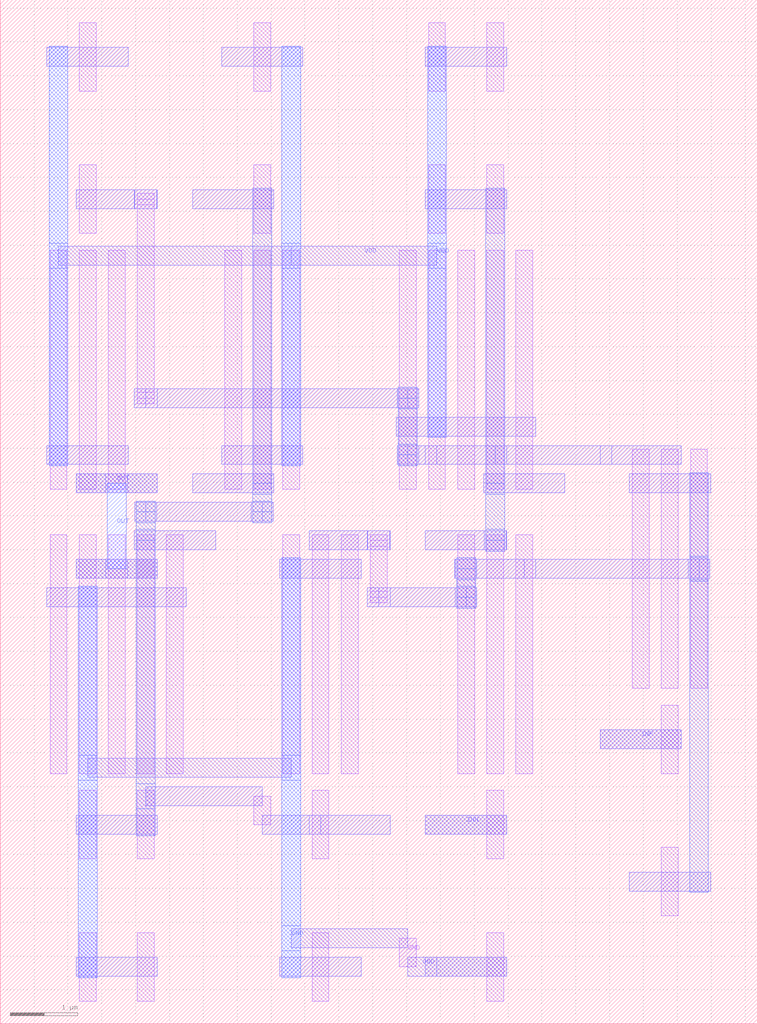
<source format=lef>
MACRO 1BITADC
  ORIGIN 0 0 ;
  FOREIGN 1BITADC 0 0 ;
  SIZE 11.18 BY 15.12 ;
  PIN OUT
    DIRECTION INOUT ;
    USE SIGNAL ;
    PORT 
      LAYER M2 ;
        RECT 1.12 6.58 2.32 6.86 ;
      LAYER M2 ;
        RECT 1.12 7.84 2.32 8.12 ;
      LAYER M2 ;
        RECT 1.56 6.58 1.88 6.86 ;
      LAYER M3 ;
        RECT 1.58 6.72 1.86 7.98 ;
      LAYER M2 ;
        RECT 1.56 7.84 1.88 8.12 ;
    END
  END OUT
  PIN GND
    DIRECTION INOUT ;
    USE SIGNAL ;
    PORT 
      LAYER M3 ;
        RECT 1.15 0.68 1.43 6.46 ;
      LAYER M3 ;
        RECT 4.16 0.68 4.44 6.88 ;
      LAYER M3 ;
        RECT 1.15 3.595 1.43 3.965 ;
      LAYER M2 ;
        RECT 1.29 3.64 4.3 3.92 ;
      LAYER M3 ;
        RECT 4.16 3.595 4.44 3.965 ;
      LAYER M2 ;
        RECT 6.28 0.7 7.48 0.98 ;
      LAYER M3 ;
        RECT 4.16 1.075 4.44 1.445 ;
      LAYER M2 ;
        RECT 4.3 1.12 6.02 1.4 ;
      LAYER M1 ;
        RECT 5.895 0.84 6.145 1.26 ;
      LAYER M2 ;
        RECT 6.02 0.7 6.45 0.98 ;
    END
  END GND
  PIN VDD
    DIRECTION INOUT ;
    USE SIGNAL ;
    PORT 
      LAYER M3 ;
        RECT 0.72 8.24 1 14.44 ;
      LAYER M3 ;
        RECT 4.16 8.24 4.44 14.44 ;
      LAYER M3 ;
        RECT 6.31 8.66 6.59 14.44 ;
      LAYER M3 ;
        RECT 0.72 11.155 1 11.525 ;
      LAYER M2 ;
        RECT 0.86 11.2 4.3 11.48 ;
      LAYER M3 ;
        RECT 4.16 11.155 4.44 11.525 ;
      LAYER M2 ;
        RECT 4.3 11.2 6.45 11.48 ;
      LAYER M3 ;
        RECT 6.31 11.155 6.59 11.525 ;
    END
  END VDD
  PIN INP
    DIRECTION INOUT ;
    USE SIGNAL ;
    PORT 
      LAYER M2 ;
        RECT 8.86 4.06 10.06 4.34 ;
    END
  END INP
  PIN INN
    DIRECTION INOUT ;
    USE SIGNAL ;
    PORT 
      LAYER M2 ;
        RECT 6.28 2.8 7.48 3.08 ;
    END
  END INN
  OBS 
  LAYER M3 ;
        RECT 2.01 2.78 2.29 7.3 ;
  LAYER M2 ;
        RECT 4.56 2.8 5.76 3.08 ;
  LAYER M3 ;
        RECT 2.01 3.175 2.29 3.545 ;
  LAYER M2 ;
        RECT 2.15 3.22 3.87 3.5 ;
  LAYER M1 ;
        RECT 3.745 2.94 3.995 3.36 ;
  LAYER M2 ;
        RECT 3.87 2.8 4.73 3.08 ;
  LAYER M3 ;
        RECT 3.73 7.82 4.01 12.34 ;
  LAYER M3 ;
        RECT 2.01 7.14 2.29 7.56 ;
  LAYER M2 ;
        RECT 2.15 7.42 3.87 7.7 ;
  LAYER M3 ;
        RECT 3.73 7.56 4.01 7.98 ;
  LAYER M2 ;
        RECT 1.99 7.42 2.31 7.7 ;
  LAYER M3 ;
        RECT 2.01 7.4 2.29 7.72 ;
  LAYER M2 ;
        RECT 3.71 7.42 4.03 7.7 ;
  LAYER M3 ;
        RECT 3.73 7.4 4.01 7.72 ;
  LAYER M2 ;
        RECT 1.99 7.42 2.31 7.7 ;
  LAYER M3 ;
        RECT 2.01 7.4 2.29 7.72 ;
  LAYER M2 ;
        RECT 3.71 7.42 4.03 7.7 ;
  LAYER M3 ;
        RECT 3.73 7.4 4.01 7.72 ;
  LAYER M2 ;
        RECT 4.56 7 5.76 7.28 ;
  LAYER M2 ;
        RECT 6.71 6.58 7.91 6.86 ;
  LAYER M3 ;
        RECT 10.18 1.94 10.46 8.14 ;
  LAYER M2 ;
        RECT 5.43 7 5.75 7.28 ;
  LAYER M1 ;
        RECT 5.465 6.3 5.715 7.14 ;
  LAYER M2 ;
        RECT 5.59 6.16 6.88 6.44 ;
  LAYER M3 ;
        RECT 6.74 6.3 7.02 6.72 ;
  LAYER M2 ;
        RECT 6.72 6.58 7.04 6.86 ;
  LAYER M2 ;
        RECT 7.74 6.58 10.32 6.86 ;
  LAYER M3 ;
        RECT 10.18 6.535 10.46 6.905 ;
  LAYER M1 ;
        RECT 5.465 6.215 5.715 6.385 ;
  LAYER M2 ;
        RECT 5.42 6.16 5.76 6.44 ;
  LAYER M1 ;
        RECT 5.465 7.055 5.715 7.225 ;
  LAYER M2 ;
        RECT 5.42 7 5.76 7.28 ;
  LAYER M2 ;
        RECT 6.72 6.16 7.04 6.44 ;
  LAYER M3 ;
        RECT 6.74 6.14 7.02 6.46 ;
  LAYER M2 ;
        RECT 6.72 6.58 7.04 6.86 ;
  LAYER M3 ;
        RECT 6.74 6.56 7.02 6.88 ;
  LAYER M1 ;
        RECT 5.465 6.215 5.715 6.385 ;
  LAYER M2 ;
        RECT 5.42 6.16 5.76 6.44 ;
  LAYER M1 ;
        RECT 5.465 7.055 5.715 7.225 ;
  LAYER M2 ;
        RECT 5.42 7 5.76 7.28 ;
  LAYER M2 ;
        RECT 6.72 6.16 7.04 6.44 ;
  LAYER M3 ;
        RECT 6.74 6.14 7.02 6.46 ;
  LAYER M2 ;
        RECT 6.72 6.58 7.04 6.86 ;
  LAYER M3 ;
        RECT 6.74 6.56 7.02 6.88 ;
  LAYER M1 ;
        RECT 5.465 6.215 5.715 6.385 ;
  LAYER M2 ;
        RECT 5.42 6.16 5.76 6.44 ;
  LAYER M1 ;
        RECT 5.465 7.055 5.715 7.225 ;
  LAYER M2 ;
        RECT 5.42 7 5.76 7.28 ;
  LAYER M2 ;
        RECT 6.72 6.16 7.04 6.44 ;
  LAYER M3 ;
        RECT 6.74 6.14 7.02 6.46 ;
  LAYER M2 ;
        RECT 6.72 6.58 7.04 6.86 ;
  LAYER M3 ;
        RECT 6.74 6.56 7.02 6.88 ;
  LAYER M2 ;
        RECT 10.16 6.58 10.48 6.86 ;
  LAYER M3 ;
        RECT 10.18 6.56 10.46 6.88 ;
  LAYER M1 ;
        RECT 5.465 6.215 5.715 6.385 ;
  LAYER M2 ;
        RECT 5.42 6.16 5.76 6.44 ;
  LAYER M1 ;
        RECT 5.465 7.055 5.715 7.225 ;
  LAYER M2 ;
        RECT 5.42 7 5.76 7.28 ;
  LAYER M2 ;
        RECT 6.72 6.16 7.04 6.44 ;
  LAYER M3 ;
        RECT 6.74 6.14 7.02 6.46 ;
  LAYER M2 ;
        RECT 6.72 6.58 7.04 6.86 ;
  LAYER M3 ;
        RECT 6.74 6.56 7.02 6.88 ;
  LAYER M2 ;
        RECT 10.16 6.58 10.48 6.86 ;
  LAYER M3 ;
        RECT 10.18 6.56 10.46 6.88 ;
  LAYER M2 ;
        RECT 6.28 7 7.48 7.28 ;
  LAYER M3 ;
        RECT 7.17 7.82 7.45 12.34 ;
  LAYER M2 ;
        RECT 7.15 7 7.47 7.28 ;
  LAYER M3 ;
        RECT 7.17 7.14 7.45 7.98 ;
  LAYER M2 ;
        RECT 7.15 7 7.47 7.28 ;
  LAYER M3 ;
        RECT 7.17 6.98 7.45 7.3 ;
  LAYER M2 ;
        RECT 7.15 7 7.47 7.28 ;
  LAYER M3 ;
        RECT 7.17 6.98 7.45 7.3 ;
  LAYER M2 ;
        RECT 1.12 12.04 2.32 12.32 ;
  LAYER M2 ;
        RECT 6.28 8.26 7.48 8.54 ;
  LAYER M2 ;
        RECT 8.86 8.26 10.06 8.54 ;
  LAYER M2 ;
        RECT 1.99 12.04 2.31 12.32 ;
  LAYER M1 ;
        RECT 2.025 9.24 2.275 12.18 ;
  LAYER M2 ;
        RECT 2.15 9.1 6.02 9.38 ;
  LAYER M3 ;
        RECT 5.88 8.4 6.16 9.24 ;
  LAYER M2 ;
        RECT 6.02 8.26 6.45 8.54 ;
  LAYER M2 ;
        RECT 7.31 8.26 9.03 8.54 ;
  LAYER M1 ;
        RECT 2.025 9.155 2.275 9.325 ;
  LAYER M2 ;
        RECT 1.98 9.1 2.32 9.38 ;
  LAYER M1 ;
        RECT 2.025 12.095 2.275 12.265 ;
  LAYER M2 ;
        RECT 1.98 12.04 2.32 12.32 ;
  LAYER M2 ;
        RECT 5.86 8.26 6.18 8.54 ;
  LAYER M3 ;
        RECT 5.88 8.24 6.16 8.56 ;
  LAYER M2 ;
        RECT 5.86 9.1 6.18 9.38 ;
  LAYER M3 ;
        RECT 5.88 9.08 6.16 9.4 ;
  LAYER M1 ;
        RECT 2.025 9.155 2.275 9.325 ;
  LAYER M2 ;
        RECT 1.98 9.1 2.32 9.38 ;
  LAYER M1 ;
        RECT 2.025 12.095 2.275 12.265 ;
  LAYER M2 ;
        RECT 1.98 12.04 2.32 12.32 ;
  LAYER M2 ;
        RECT 5.86 8.26 6.18 8.54 ;
  LAYER M3 ;
        RECT 5.88 8.24 6.16 8.56 ;
  LAYER M2 ;
        RECT 5.86 9.1 6.18 9.38 ;
  LAYER M3 ;
        RECT 5.88 9.08 6.16 9.4 ;
  LAYER M1 ;
        RECT 2.025 9.155 2.275 9.325 ;
  LAYER M2 ;
        RECT 1.98 9.1 2.32 9.38 ;
  LAYER M1 ;
        RECT 2.025 12.095 2.275 12.265 ;
  LAYER M2 ;
        RECT 1.98 12.04 2.32 12.32 ;
  LAYER M2 ;
        RECT 5.86 8.26 6.18 8.54 ;
  LAYER M3 ;
        RECT 5.88 8.24 6.16 8.56 ;
  LAYER M2 ;
        RECT 5.86 9.1 6.18 9.38 ;
  LAYER M3 ;
        RECT 5.88 9.08 6.16 9.4 ;
  LAYER M1 ;
        RECT 2.025 9.155 2.275 9.325 ;
  LAYER M2 ;
        RECT 1.98 9.1 2.32 9.38 ;
  LAYER M1 ;
        RECT 2.025 12.095 2.275 12.265 ;
  LAYER M2 ;
        RECT 1.98 12.04 2.32 12.32 ;
  LAYER M2 ;
        RECT 5.86 8.26 6.18 8.54 ;
  LAYER M3 ;
        RECT 5.88 8.24 6.16 8.56 ;
  LAYER M2 ;
        RECT 5.86 9.1 6.18 9.38 ;
  LAYER M3 ;
        RECT 5.88 9.08 6.16 9.4 ;
  LAYER M1 ;
        RECT 2.025 3.695 2.275 7.225 ;
  LAYER M1 ;
        RECT 2.025 2.435 2.275 3.445 ;
  LAYER M1 ;
        RECT 2.025 0.335 2.275 1.345 ;
  LAYER M1 ;
        RECT 2.455 3.695 2.705 7.225 ;
  LAYER M1 ;
        RECT 1.595 3.695 1.845 7.225 ;
  LAYER M1 ;
        RECT 1.165 3.695 1.415 7.225 ;
  LAYER M1 ;
        RECT 1.165 2.435 1.415 3.445 ;
  LAYER M1 ;
        RECT 1.165 0.335 1.415 1.345 ;
  LAYER M1 ;
        RECT 0.735 3.695 0.985 7.225 ;
  LAYER M2 ;
        RECT 1.12 2.8 2.32 3.08 ;
  LAYER M2 ;
        RECT 1.98 7 3.18 7.28 ;
  LAYER M2 ;
        RECT 0.69 6.16 2.75 6.44 ;
  LAYER M2 ;
        RECT 1.12 0.7 2.32 0.98 ;
  LAYER M3 ;
        RECT 2.01 2.78 2.29 7.3 ;
  LAYER M2 ;
        RECT 1.12 6.58 2.32 6.86 ;
  LAYER M3 ;
        RECT 1.15 0.68 1.43 6.46 ;
  LAYER M1 ;
        RECT 4.605 3.695 4.855 7.225 ;
  LAYER M1 ;
        RECT 4.605 2.435 4.855 3.445 ;
  LAYER M1 ;
        RECT 4.605 0.335 4.855 1.345 ;
  LAYER M1 ;
        RECT 5.035 3.695 5.285 7.225 ;
  LAYER M1 ;
        RECT 4.175 3.695 4.425 7.225 ;
  LAYER M2 ;
        RECT 4.13 6.58 5.33 6.86 ;
  LAYER M2 ;
        RECT 4.13 0.7 5.33 0.98 ;
  LAYER M2 ;
        RECT 4.56 7 5.76 7.28 ;
  LAYER M2 ;
        RECT 4.56 2.8 5.76 3.08 ;
  LAYER M3 ;
        RECT 4.16 0.68 4.44 6.88 ;
  LAYER M1 ;
        RECT 7.185 7.895 7.435 11.425 ;
  LAYER M1 ;
        RECT 7.185 11.675 7.435 12.685 ;
  LAYER M1 ;
        RECT 7.185 13.775 7.435 14.785 ;
  LAYER M1 ;
        RECT 7.615 7.895 7.865 11.425 ;
  LAYER M1 ;
        RECT 6.755 7.895 7.005 11.425 ;
  LAYER M1 ;
        RECT 6.325 7.895 6.575 11.425 ;
  LAYER M1 ;
        RECT 6.325 11.675 6.575 12.685 ;
  LAYER M1 ;
        RECT 6.325 13.775 6.575 14.785 ;
  LAYER M1 ;
        RECT 5.895 7.895 6.145 11.425 ;
  LAYER M2 ;
        RECT 6.28 12.04 7.48 12.32 ;
  LAYER M2 ;
        RECT 7.14 7.84 8.34 8.12 ;
  LAYER M2 ;
        RECT 5.85 8.68 7.91 8.96 ;
  LAYER M2 ;
        RECT 6.28 14.14 7.48 14.42 ;
  LAYER M3 ;
        RECT 7.17 7.82 7.45 12.34 ;
  LAYER M2 ;
        RECT 6.28 8.26 7.48 8.54 ;
  LAYER M3 ;
        RECT 6.31 8.66 6.59 14.44 ;
  LAYER M1 ;
        RECT 3.745 7.895 3.995 11.425 ;
  LAYER M1 ;
        RECT 3.745 11.675 3.995 12.685 ;
  LAYER M1 ;
        RECT 3.745 13.775 3.995 14.785 ;
  LAYER M1 ;
        RECT 3.315 7.895 3.565 11.425 ;
  LAYER M1 ;
        RECT 4.175 7.895 4.425 11.425 ;
  LAYER M2 ;
        RECT 2.84 12.04 4.04 12.32 ;
  LAYER M2 ;
        RECT 2.84 7.84 4.04 8.12 ;
  LAYER M2 ;
        RECT 3.27 8.26 4.47 8.54 ;
  LAYER M2 ;
        RECT 3.27 14.14 4.47 14.42 ;
  LAYER M3 ;
        RECT 3.73 7.82 4.01 12.34 ;
  LAYER M3 ;
        RECT 4.16 8.24 4.44 14.44 ;
  LAYER M1 ;
        RECT 9.765 4.955 10.015 8.485 ;
  LAYER M1 ;
        RECT 9.765 3.695 10.015 4.705 ;
  LAYER M1 ;
        RECT 9.765 1.595 10.015 2.605 ;
  LAYER M1 ;
        RECT 9.335 4.955 9.585 8.485 ;
  LAYER M1 ;
        RECT 10.195 4.955 10.445 8.485 ;
  LAYER M2 ;
        RECT 9.29 7.84 10.49 8.12 ;
  LAYER M2 ;
        RECT 9.29 1.96 10.49 2.24 ;
  LAYER M2 ;
        RECT 8.86 8.26 10.06 8.54 ;
  LAYER M2 ;
        RECT 8.86 4.06 10.06 4.34 ;
  LAYER M3 ;
        RECT 10.18 1.94 10.46 8.14 ;
  LAYER M1 ;
        RECT 1.165 7.895 1.415 11.425 ;
  LAYER M1 ;
        RECT 1.165 11.675 1.415 12.685 ;
  LAYER M1 ;
        RECT 1.165 13.775 1.415 14.785 ;
  LAYER M1 ;
        RECT 1.595 7.895 1.845 11.425 ;
  LAYER M1 ;
        RECT 0.735 7.895 0.985 11.425 ;
  LAYER M2 ;
        RECT 0.69 8.26 1.89 8.54 ;
  LAYER M2 ;
        RECT 0.69 14.14 1.89 14.42 ;
  LAYER M2 ;
        RECT 1.12 7.84 2.32 8.12 ;
  LAYER M2 ;
        RECT 1.12 12.04 2.32 12.32 ;
  LAYER M3 ;
        RECT 0.72 8.24 1 14.44 ;
  LAYER M1 ;
        RECT 7.185 3.695 7.435 7.225 ;
  LAYER M1 ;
        RECT 7.185 2.435 7.435 3.445 ;
  LAYER M1 ;
        RECT 7.185 0.335 7.435 1.345 ;
  LAYER M1 ;
        RECT 6.755 3.695 7.005 7.225 ;
  LAYER M1 ;
        RECT 7.615 3.695 7.865 7.225 ;
  LAYER M2 ;
        RECT 6.28 0.7 7.48 0.98 ;
  LAYER M2 ;
        RECT 6.28 7 7.48 7.28 ;
  LAYER M2 ;
        RECT 6.28 2.8 7.48 3.08 ;
  LAYER M2 ;
        RECT 6.71 6.58 7.91 6.86 ;
  END 
END 1BITADC

</source>
